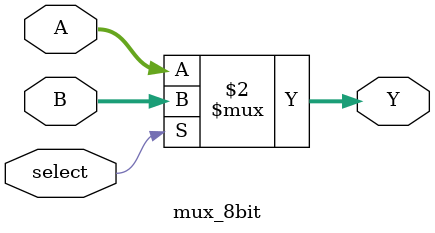
<source format=v>
module mux_8bit (
    input wire [7:0] A, 
    input wire [7:0] B,   
    input wire select,  
      
    output wire [7:0] Y    
);
    
    assign Y = (select == 1'b0) ? A : B;

endmodule

</source>
